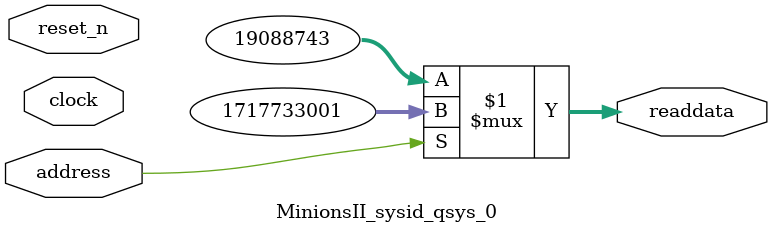
<source format=v>



// synthesis translate_off
`timescale 1ns / 1ps
// synthesis translate_on

// turn off superfluous verilog processor warnings 
// altera message_level Level1 
// altera message_off 10034 10035 10036 10037 10230 10240 10030 

module MinionsII_sysid_qsys_0 (
               // inputs:
                address,
                clock,
                reset_n,

               // outputs:
                readdata
             )
;

  output  [ 31: 0] readdata;
  input            address;
  input            clock;
  input            reset_n;

  wire    [ 31: 0] readdata;
  //control_slave, which is an e_avalon_slave
  assign readdata = address ? 1717733001 : 19088743;

endmodule



</source>
